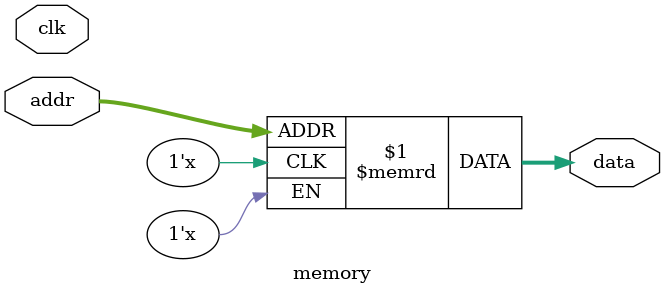
<source format=sv>

module memory #(
    parameter INIT_FILE = ""
) (
    input logic clk,
    input logic [6:0] addr,
    output logic [8:0] data
);
  logic [8:0] mem[128];

  initial begin
    if (INIT_FILE != "") begin
      $readmemh(INIT_FILE, mem);
    end
  end

  assign data = mem[addr];

endmodule

</source>
